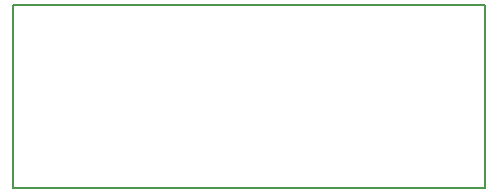
<source format=gbp>
G75*
%MOIN*%
%OFA0B0*%
%FSLAX25Y25*%
%IPPOS*%
%LPD*%
%AMOC8*
5,1,8,0,0,1.08239X$1,22.5*
%
%ADD10C,0.00600*%
D10*
X0032247Y0013642D02*
X0032247Y0074665D01*
X0189728Y0074665D01*
X0189728Y0013642D01*
X0032247Y0013642D01*
M02*

</source>
